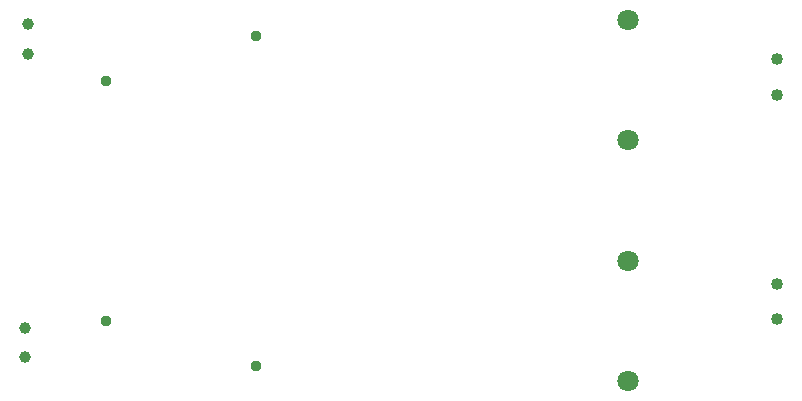
<source format=gbr>
%TF.GenerationSoftware,KiCad,Pcbnew,7.0.11-rc3*%
%TF.CreationDate,2025-03-16T23:29:28+08:00*%
%TF.ProjectId,miniAIR,6d696e69-4149-4522-9e6b-696361645f70,rev?*%
%TF.SameCoordinates,Original*%
%TF.FileFunction,Plated,1,2,PTH,Drill*%
%TF.FilePolarity,Positive*%
%FSLAX46Y46*%
G04 Gerber Fmt 4.6, Leading zero omitted, Abs format (unit mm)*
G04 Created by KiCad (PCBNEW 7.0.11-rc3) date 2025-03-16 23:29:28*
%MOMM*%
%LPD*%
G01*
G04 APERTURE LIST*
%TA.AperFunction,ComponentDrill*%
%ADD10C,0.950000*%
%TD*%
%TA.AperFunction,ComponentDrill*%
%ADD11C,1.000000*%
%TD*%
%TA.AperFunction,ComponentDrill*%
%ADD12C,1.020000*%
%TD*%
%TA.AperFunction,ComponentDrill*%
%ADD13C,1.800000*%
%TD*%
G04 APERTURE END LIST*
D10*
%TO.C,K1*%
X124200000Y-74850000D03*
X124200000Y-95150000D03*
X136900000Y-71030000D03*
X136900000Y-98970000D03*
D11*
%TO.C,J1*%
X117325000Y-95750000D03*
X117325000Y-98250000D03*
%TO.C,J4*%
X117575000Y-70050000D03*
X117575000Y-72550000D03*
D12*
%TO.C,J2*%
X181000000Y-73000000D03*
X181000000Y-76000000D03*
%TO.C,J3*%
X181000000Y-92000000D03*
X181000000Y-95000000D03*
D13*
%TO.C,U1*%
X168400000Y-69670000D03*
X168400000Y-79830000D03*
%TO.C,U2*%
X168400000Y-90070000D03*
X168400000Y-100230000D03*
M02*

</source>
